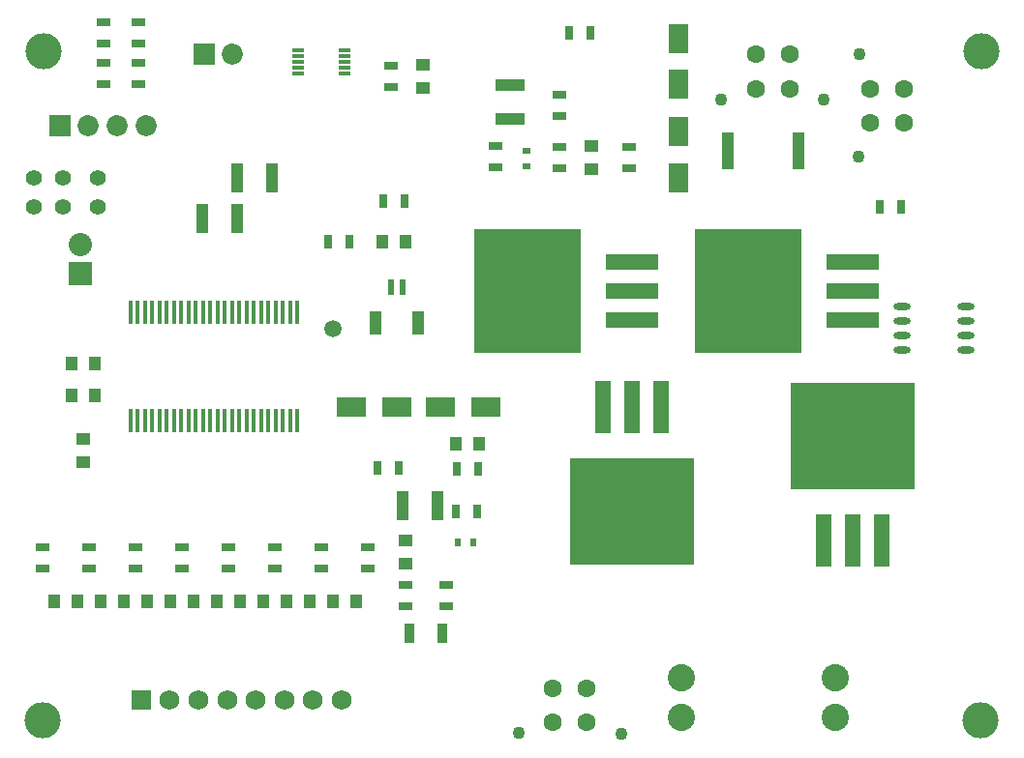
<source format=gbr>
G04 #@! TF.FileFunction,Soldermask,Top*
%FSLAX46Y46*%
G04 Gerber Fmt 4.6, Leading zero omitted, Abs format (unit mm)*
G04 Created by KiCad (PCBNEW (2016-05-27 BZR 6836, Git 4441a4b)-product) date 09/13/16 14:21:55*
%MOMM*%
%LPD*%
G01*
G04 APERTURE LIST*
%ADD10C,0.100000*%
%ADD11R,1.300000X0.700000*%
%ADD12C,3.175000*%
%ADD13R,1.000000X1.250000*%
%ADD14R,1.250000X1.000000*%
%ADD15R,1.800860X2.499360*%
%ADD16R,2.499360X1.800860*%
%ADD17C,2.387600*%
%ADD18R,0.600000X1.400000*%
%ADD19R,1.000000X2.000000*%
%ADD20R,2.032000X2.032000*%
%ADD21O,2.032000X2.032000*%
%ADD22R,1.750000X1.750000*%
%ADD23C,1.750000*%
%ADD24R,4.600000X1.390000*%
%ADD25R,9.400000X10.800000*%
%ADD26O,1.473200X0.609600*%
%ADD27R,1.390000X4.600000*%
%ADD28R,10.800000X9.400000*%
%ADD29R,0.700000X1.300000*%
%ADD30R,0.400000X2.000000*%
%ADD31R,1.016000X0.343000*%
%ADD32C,1.400000*%
%ADD33C,1.500000*%
%ADD34R,1.000000X2.500000*%
%ADD35R,2.500000X1.000000*%
%ADD36R,0.900000X1.700000*%
%ADD37R,1.000000X3.200000*%
%ADD38R,1.850000X1.850000*%
%ADD39C,1.850000*%
%ADD40R,0.700000X0.600000*%
%ADD41R,0.600000X0.700000*%
%ADD42C,1.100000*%
%ADD43C,1.600000*%
G04 APERTURE END LIST*
D10*
D11*
X114074000Y-69280000D03*
X114074000Y-67380000D03*
X117122000Y-67380000D03*
X117122000Y-69280000D03*
X117122000Y-70936000D03*
X117122000Y-72836000D03*
X114074000Y-72836000D03*
X114074000Y-70936000D03*
D12*
X190834000Y-69950000D03*
X108712000Y-128524000D03*
D13*
X138446000Y-86614000D03*
X140446000Y-86614000D03*
X113268000Y-100076000D03*
X111268000Y-100076000D03*
D14*
X156718000Y-80232000D03*
X156718000Y-78232000D03*
D13*
X113268000Y-97282000D03*
X111268000Y-97282000D03*
D14*
X112268000Y-103902000D03*
X112268000Y-105902000D03*
X140462000Y-112792000D03*
X140462000Y-114792000D03*
D13*
X146884000Y-104300000D03*
X144884000Y-104300000D03*
X109744000Y-118110000D03*
X111744000Y-118110000D03*
X113808000Y-118110000D03*
X115808000Y-118110000D03*
X117872000Y-118110000D03*
X119872000Y-118110000D03*
X121936000Y-118110000D03*
X123936000Y-118110000D03*
X126000000Y-118110000D03*
X128000000Y-118110000D03*
X130064000Y-118110000D03*
X132064000Y-118110000D03*
X134128000Y-118110000D03*
X136128000Y-118110000D03*
D14*
X141986000Y-73136000D03*
X141986000Y-71136000D03*
D15*
X164338000Y-76995020D03*
X164338000Y-80992980D03*
X164338000Y-72831960D03*
X164338000Y-68834000D03*
D16*
X143510000Y-101092000D03*
X147507960Y-101092000D03*
X139700000Y-101092000D03*
X135702040Y-101092000D03*
D17*
X178054000Y-124841000D03*
X164592000Y-124841000D03*
X164592000Y-128244600D03*
X178054000Y-128244600D03*
D18*
X139200000Y-90639500D03*
X140200000Y-90639500D03*
D19*
X141600000Y-93764500D03*
X137800000Y-93764500D03*
D20*
X112014000Y-89408000D03*
D21*
X112014000Y-86868000D03*
D22*
X117348000Y-126746000D03*
D23*
X119848000Y-126746000D03*
X122348000Y-126746000D03*
X124848000Y-126746000D03*
X127348000Y-126746000D03*
X129848000Y-126746000D03*
X132348000Y-126746000D03*
X134848000Y-126746000D03*
D24*
X179578000Y-90932000D03*
D25*
X170428000Y-90932000D03*
D24*
X179578000Y-88392000D03*
X179578000Y-93472000D03*
X160274000Y-90932000D03*
D25*
X151124000Y-90932000D03*
D24*
X160274000Y-88392000D03*
X160274000Y-93472000D03*
D26*
X189484000Y-96139000D03*
X189484000Y-94869000D03*
X189484000Y-93599000D03*
X189484000Y-92329000D03*
X183896000Y-92329000D03*
X183896000Y-93599000D03*
X183896000Y-94869000D03*
X183896000Y-96139000D03*
D27*
X179578000Y-112776000D03*
D28*
X179578000Y-103626000D03*
D27*
X182118000Y-112776000D03*
X177038000Y-112776000D03*
X160274000Y-101092000D03*
D28*
X160274000Y-110242000D03*
D27*
X157734000Y-101092000D03*
X162814000Y-101092000D03*
D11*
X148336000Y-80132000D03*
X148336000Y-78232000D03*
X153924000Y-80198000D03*
X153924000Y-78298000D03*
X153924000Y-75626000D03*
X153924000Y-73726000D03*
D29*
X133670000Y-86614000D03*
X135570000Y-86614000D03*
X138496000Y-83058000D03*
X140396000Y-83058000D03*
D11*
X160020000Y-80198000D03*
X160020000Y-78298000D03*
D29*
X156652000Y-68326000D03*
X154752000Y-68326000D03*
X181930000Y-83566000D03*
X183830000Y-83566000D03*
D11*
X140462000Y-116652000D03*
X140462000Y-118552000D03*
X144018000Y-116652000D03*
X144018000Y-118552000D03*
D29*
X146834000Y-106550000D03*
X144934000Y-106550000D03*
X139884000Y-106400000D03*
X137984000Y-106400000D03*
D11*
X108712000Y-115250000D03*
X108712000Y-113350000D03*
X112776000Y-115250000D03*
X112776000Y-113350000D03*
X116840000Y-115250000D03*
X116840000Y-113350000D03*
X120904000Y-115250000D03*
X120904000Y-113350000D03*
X124968000Y-115250000D03*
X124968000Y-113350000D03*
X129032000Y-115250000D03*
X129032000Y-113350000D03*
X133096000Y-115250000D03*
X133096000Y-113350000D03*
X137160000Y-115250000D03*
X137160000Y-113350000D03*
D29*
X146746000Y-110236000D03*
X144846000Y-110236000D03*
D11*
X139192000Y-73086000D03*
X139192000Y-71186000D03*
D30*
X123380500Y-92786000D03*
X122745500Y-92786000D03*
X122110500Y-92786000D03*
X121475500Y-92786000D03*
X120840500Y-92786000D03*
X120205500Y-92786000D03*
X119570500Y-92786000D03*
X118935500Y-92786000D03*
X118300500Y-92786000D03*
X117665500Y-92786000D03*
X117030500Y-92786000D03*
X116395500Y-92786000D03*
X124015500Y-92786000D03*
X124650500Y-92786000D03*
X125285500Y-92786000D03*
X125920500Y-92786000D03*
X126555500Y-92786000D03*
X127190500Y-92786000D03*
X127825500Y-92786000D03*
X128460500Y-92786000D03*
X129095500Y-92786000D03*
X129730500Y-92786000D03*
X130365500Y-92786000D03*
X131000500Y-92786000D03*
X116395500Y-102286000D03*
X117030500Y-102286000D03*
X117665500Y-102286000D03*
X118300500Y-102286000D03*
X118935500Y-102286000D03*
X119570500Y-102286000D03*
X120205500Y-102286000D03*
X120840500Y-102286000D03*
X121475500Y-102286000D03*
X122110500Y-102286000D03*
X122745500Y-102286000D03*
X123380500Y-102286000D03*
X124015500Y-102286000D03*
X124650500Y-102286000D03*
X125285500Y-102286000D03*
X125920500Y-102286000D03*
X126555500Y-102286000D03*
X127190500Y-102286000D03*
X127825500Y-102286000D03*
X128460500Y-102286000D03*
X129095500Y-102286000D03*
X129730500Y-102286000D03*
X130365500Y-102286000D03*
X131000500Y-102286000D03*
D31*
X131052500Y-69863500D03*
X131052500Y-70363500D03*
X131052500Y-70863500D03*
X131052500Y-71363500D03*
X131052500Y-71863500D03*
X135144500Y-69863500D03*
X135144500Y-70363500D03*
X135144500Y-70863500D03*
X135144500Y-71363500D03*
X135144500Y-71863500D03*
D32*
X107950000Y-81026000D03*
X110490000Y-81026000D03*
D33*
X134112000Y-94234000D03*
D32*
X107950000Y-83566000D03*
X110490000Y-83566000D03*
X113538000Y-83566000D03*
X113538000Y-81026000D03*
D34*
X125754000Y-81026000D03*
X128754000Y-81026000D03*
D35*
X149606000Y-75898000D03*
X149606000Y-72898000D03*
D34*
X122706000Y-84582000D03*
X125706000Y-84582000D03*
X143234000Y-109700000D03*
X140234000Y-109700000D03*
D36*
X140790000Y-120904000D03*
X143690000Y-120904000D03*
D37*
X168634000Y-78700000D03*
X174834000Y-78700000D03*
D38*
X110236000Y-76454000D03*
D39*
X112736000Y-76454000D03*
X115236000Y-76454000D03*
X117736000Y-76454000D03*
D12*
X108834000Y-69950000D03*
X190754000Y-128524000D03*
D40*
X151084000Y-80050000D03*
X151084000Y-78650000D03*
D41*
X146434000Y-112950000D03*
X145034000Y-112950000D03*
D38*
X122834000Y-70200000D03*
D39*
X125334000Y-70200000D03*
D42*
X177084000Y-74200000D03*
D43*
X171084000Y-70200000D03*
X174084000Y-70200000D03*
X171084000Y-73200000D03*
X174084000Y-73200000D03*
D42*
X168084000Y-74140000D03*
X180084000Y-79200000D03*
D43*
X184084000Y-73200000D03*
X184084000Y-76200000D03*
X181084000Y-73200000D03*
X181084000Y-76200000D03*
D42*
X180144000Y-70200000D03*
X159334000Y-129700000D03*
D43*
X153334000Y-125700000D03*
X156334000Y-125700000D03*
X153334000Y-128700000D03*
X156334000Y-128700000D03*
D42*
X150334000Y-129640000D03*
M02*

</source>
